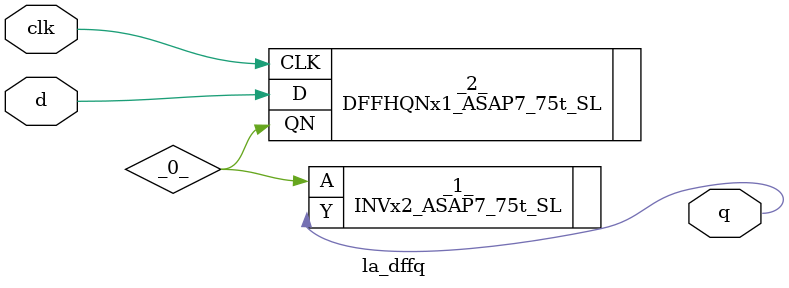
<source format=v>

/* Generated by Yosys 0.44 (git sha1 80ba43d26, g++ 11.4.0-1ubuntu1~22.04 -fPIC -O3) */

(* top =  1  *)
(* src = "generated" *)
module la_dffq (
    d,
    clk,
    q
);
  wire _0_;
  (* src = "generated" *)
  input clk;
  wire clk;
  (* src = "generated" *)
  input d;
  wire d;
  (* src = "generated" *)
  output q;
  wire q;
  INVx2_ASAP7_75t_SL _1_ (
      .A(_0_),
      .Y(q)
  );
  (* src = "generated" *)
  DFFHQNx1_ASAP7_75t_SL _2_ (
      .CLK(clk),
      .D  (d),
      .QN (_0_)
  );
endmodule

</source>
